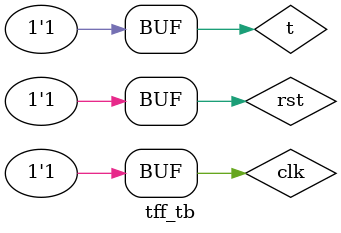
<source format=v>
module tff_tb;
reg clk,rst,t;
wire q;

tff tff_inst(t,clk,rst,q);

initial
	begin
		t=0; clk=1; rst=0;
	#100	t=1; clk=~clk;
	#100	t=0; clk=~clk;
	#100	t=1; clk=~clk; rst=~rst;
	#100	t=1; clk=~clk;
	#100	t=1; clk=~clk; 
	#100	t=0; clk=~clk; rst=~rst;
	#100	t=1; clk=~clk;
	#100	t=0; clk=~clk;
	#100	t=1; clk=~clk; rst=~rst;
	#100	t=1; clk=~clk;
	end
endmodule

</source>
